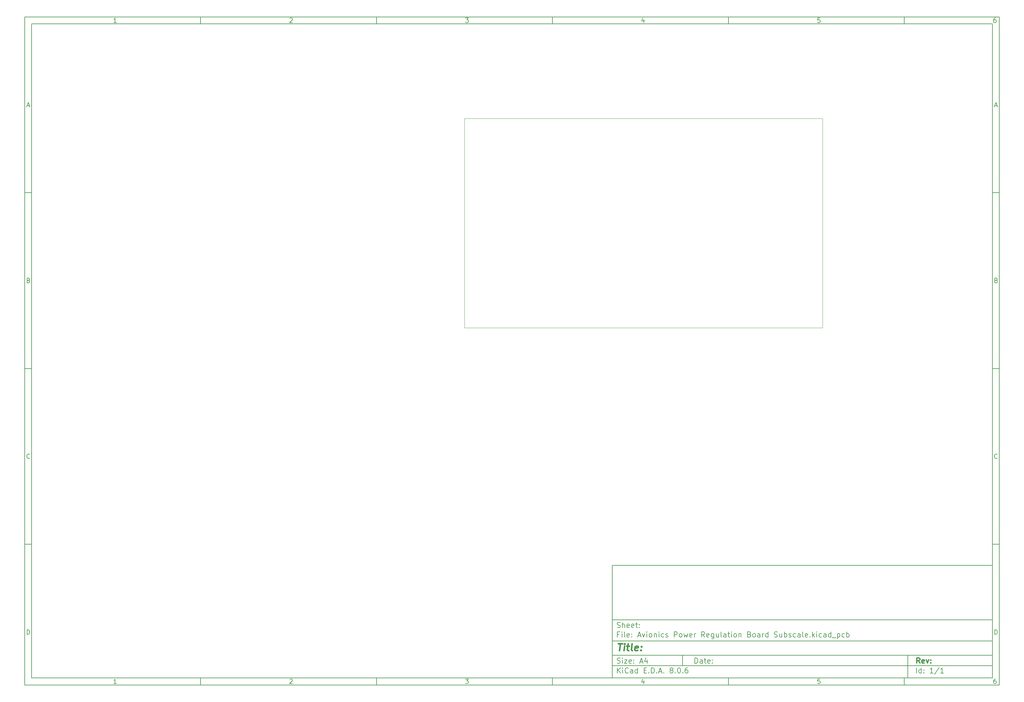
<source format=gbr>
%TF.GenerationSoftware,KiCad,Pcbnew,8.0.6*%
%TF.CreationDate,2024-12-23T21:06:48-08:00*%
%TF.ProjectId,Avionics Power Regulation Board Subscale,4176696f-6e69-4637-9320-506f77657220,rev?*%
%TF.SameCoordinates,Original*%
%TF.FileFunction,Profile,NP*%
%FSLAX46Y46*%
G04 Gerber Fmt 4.6, Leading zero omitted, Abs format (unit mm)*
G04 Created by KiCad (PCBNEW 8.0.6) date 2024-12-23 21:06:48*
%MOMM*%
%LPD*%
G01*
G04 APERTURE LIST*
%ADD10C,0.100000*%
%ADD11C,0.150000*%
%ADD12C,0.300000*%
%ADD13C,0.400000*%
%TA.AperFunction,Profile*%
%ADD14C,0.050000*%
%TD*%
G04 APERTURE END LIST*
D10*
D11*
X177002200Y-166007200D02*
X285002200Y-166007200D01*
X285002200Y-198007200D01*
X177002200Y-198007200D01*
X177002200Y-166007200D01*
D10*
D11*
X10000000Y-10000000D02*
X287002200Y-10000000D01*
X287002200Y-200007200D01*
X10000000Y-200007200D01*
X10000000Y-10000000D01*
D10*
D11*
X12000000Y-12000000D02*
X285002200Y-12000000D01*
X285002200Y-198007200D01*
X12000000Y-198007200D01*
X12000000Y-12000000D01*
D10*
D11*
X60000000Y-12000000D02*
X60000000Y-10000000D01*
D10*
D11*
X110000000Y-12000000D02*
X110000000Y-10000000D01*
D10*
D11*
X160000000Y-12000000D02*
X160000000Y-10000000D01*
D10*
D11*
X210000000Y-12000000D02*
X210000000Y-10000000D01*
D10*
D11*
X260000000Y-12000000D02*
X260000000Y-10000000D01*
D10*
D11*
X36089160Y-11593604D02*
X35346303Y-11593604D01*
X35717731Y-11593604D02*
X35717731Y-10293604D01*
X35717731Y-10293604D02*
X35593922Y-10479319D01*
X35593922Y-10479319D02*
X35470112Y-10603128D01*
X35470112Y-10603128D02*
X35346303Y-10665033D01*
D10*
D11*
X85346303Y-10417414D02*
X85408207Y-10355509D01*
X85408207Y-10355509D02*
X85532017Y-10293604D01*
X85532017Y-10293604D02*
X85841541Y-10293604D01*
X85841541Y-10293604D02*
X85965350Y-10355509D01*
X85965350Y-10355509D02*
X86027255Y-10417414D01*
X86027255Y-10417414D02*
X86089160Y-10541223D01*
X86089160Y-10541223D02*
X86089160Y-10665033D01*
X86089160Y-10665033D02*
X86027255Y-10850747D01*
X86027255Y-10850747D02*
X85284398Y-11593604D01*
X85284398Y-11593604D02*
X86089160Y-11593604D01*
D10*
D11*
X135284398Y-10293604D02*
X136089160Y-10293604D01*
X136089160Y-10293604D02*
X135655826Y-10788842D01*
X135655826Y-10788842D02*
X135841541Y-10788842D01*
X135841541Y-10788842D02*
X135965350Y-10850747D01*
X135965350Y-10850747D02*
X136027255Y-10912652D01*
X136027255Y-10912652D02*
X136089160Y-11036461D01*
X136089160Y-11036461D02*
X136089160Y-11345985D01*
X136089160Y-11345985D02*
X136027255Y-11469795D01*
X136027255Y-11469795D02*
X135965350Y-11531700D01*
X135965350Y-11531700D02*
X135841541Y-11593604D01*
X135841541Y-11593604D02*
X135470112Y-11593604D01*
X135470112Y-11593604D02*
X135346303Y-11531700D01*
X135346303Y-11531700D02*
X135284398Y-11469795D01*
D10*
D11*
X185965350Y-10726938D02*
X185965350Y-11593604D01*
X185655826Y-10231700D02*
X185346303Y-11160271D01*
X185346303Y-11160271D02*
X186151064Y-11160271D01*
D10*
D11*
X236027255Y-10293604D02*
X235408207Y-10293604D01*
X235408207Y-10293604D02*
X235346303Y-10912652D01*
X235346303Y-10912652D02*
X235408207Y-10850747D01*
X235408207Y-10850747D02*
X235532017Y-10788842D01*
X235532017Y-10788842D02*
X235841541Y-10788842D01*
X235841541Y-10788842D02*
X235965350Y-10850747D01*
X235965350Y-10850747D02*
X236027255Y-10912652D01*
X236027255Y-10912652D02*
X236089160Y-11036461D01*
X236089160Y-11036461D02*
X236089160Y-11345985D01*
X236089160Y-11345985D02*
X236027255Y-11469795D01*
X236027255Y-11469795D02*
X235965350Y-11531700D01*
X235965350Y-11531700D02*
X235841541Y-11593604D01*
X235841541Y-11593604D02*
X235532017Y-11593604D01*
X235532017Y-11593604D02*
X235408207Y-11531700D01*
X235408207Y-11531700D02*
X235346303Y-11469795D01*
D10*
D11*
X285965350Y-10293604D02*
X285717731Y-10293604D01*
X285717731Y-10293604D02*
X285593922Y-10355509D01*
X285593922Y-10355509D02*
X285532017Y-10417414D01*
X285532017Y-10417414D02*
X285408207Y-10603128D01*
X285408207Y-10603128D02*
X285346303Y-10850747D01*
X285346303Y-10850747D02*
X285346303Y-11345985D01*
X285346303Y-11345985D02*
X285408207Y-11469795D01*
X285408207Y-11469795D02*
X285470112Y-11531700D01*
X285470112Y-11531700D02*
X285593922Y-11593604D01*
X285593922Y-11593604D02*
X285841541Y-11593604D01*
X285841541Y-11593604D02*
X285965350Y-11531700D01*
X285965350Y-11531700D02*
X286027255Y-11469795D01*
X286027255Y-11469795D02*
X286089160Y-11345985D01*
X286089160Y-11345985D02*
X286089160Y-11036461D01*
X286089160Y-11036461D02*
X286027255Y-10912652D01*
X286027255Y-10912652D02*
X285965350Y-10850747D01*
X285965350Y-10850747D02*
X285841541Y-10788842D01*
X285841541Y-10788842D02*
X285593922Y-10788842D01*
X285593922Y-10788842D02*
X285470112Y-10850747D01*
X285470112Y-10850747D02*
X285408207Y-10912652D01*
X285408207Y-10912652D02*
X285346303Y-11036461D01*
D10*
D11*
X60000000Y-198007200D02*
X60000000Y-200007200D01*
D10*
D11*
X110000000Y-198007200D02*
X110000000Y-200007200D01*
D10*
D11*
X160000000Y-198007200D02*
X160000000Y-200007200D01*
D10*
D11*
X210000000Y-198007200D02*
X210000000Y-200007200D01*
D10*
D11*
X260000000Y-198007200D02*
X260000000Y-200007200D01*
D10*
D11*
X36089160Y-199600804D02*
X35346303Y-199600804D01*
X35717731Y-199600804D02*
X35717731Y-198300804D01*
X35717731Y-198300804D02*
X35593922Y-198486519D01*
X35593922Y-198486519D02*
X35470112Y-198610328D01*
X35470112Y-198610328D02*
X35346303Y-198672233D01*
D10*
D11*
X85346303Y-198424614D02*
X85408207Y-198362709D01*
X85408207Y-198362709D02*
X85532017Y-198300804D01*
X85532017Y-198300804D02*
X85841541Y-198300804D01*
X85841541Y-198300804D02*
X85965350Y-198362709D01*
X85965350Y-198362709D02*
X86027255Y-198424614D01*
X86027255Y-198424614D02*
X86089160Y-198548423D01*
X86089160Y-198548423D02*
X86089160Y-198672233D01*
X86089160Y-198672233D02*
X86027255Y-198857947D01*
X86027255Y-198857947D02*
X85284398Y-199600804D01*
X85284398Y-199600804D02*
X86089160Y-199600804D01*
D10*
D11*
X135284398Y-198300804D02*
X136089160Y-198300804D01*
X136089160Y-198300804D02*
X135655826Y-198796042D01*
X135655826Y-198796042D02*
X135841541Y-198796042D01*
X135841541Y-198796042D02*
X135965350Y-198857947D01*
X135965350Y-198857947D02*
X136027255Y-198919852D01*
X136027255Y-198919852D02*
X136089160Y-199043661D01*
X136089160Y-199043661D02*
X136089160Y-199353185D01*
X136089160Y-199353185D02*
X136027255Y-199476995D01*
X136027255Y-199476995D02*
X135965350Y-199538900D01*
X135965350Y-199538900D02*
X135841541Y-199600804D01*
X135841541Y-199600804D02*
X135470112Y-199600804D01*
X135470112Y-199600804D02*
X135346303Y-199538900D01*
X135346303Y-199538900D02*
X135284398Y-199476995D01*
D10*
D11*
X185965350Y-198734138D02*
X185965350Y-199600804D01*
X185655826Y-198238900D02*
X185346303Y-199167471D01*
X185346303Y-199167471D02*
X186151064Y-199167471D01*
D10*
D11*
X236027255Y-198300804D02*
X235408207Y-198300804D01*
X235408207Y-198300804D02*
X235346303Y-198919852D01*
X235346303Y-198919852D02*
X235408207Y-198857947D01*
X235408207Y-198857947D02*
X235532017Y-198796042D01*
X235532017Y-198796042D02*
X235841541Y-198796042D01*
X235841541Y-198796042D02*
X235965350Y-198857947D01*
X235965350Y-198857947D02*
X236027255Y-198919852D01*
X236027255Y-198919852D02*
X236089160Y-199043661D01*
X236089160Y-199043661D02*
X236089160Y-199353185D01*
X236089160Y-199353185D02*
X236027255Y-199476995D01*
X236027255Y-199476995D02*
X235965350Y-199538900D01*
X235965350Y-199538900D02*
X235841541Y-199600804D01*
X235841541Y-199600804D02*
X235532017Y-199600804D01*
X235532017Y-199600804D02*
X235408207Y-199538900D01*
X235408207Y-199538900D02*
X235346303Y-199476995D01*
D10*
D11*
X285965350Y-198300804D02*
X285717731Y-198300804D01*
X285717731Y-198300804D02*
X285593922Y-198362709D01*
X285593922Y-198362709D02*
X285532017Y-198424614D01*
X285532017Y-198424614D02*
X285408207Y-198610328D01*
X285408207Y-198610328D02*
X285346303Y-198857947D01*
X285346303Y-198857947D02*
X285346303Y-199353185D01*
X285346303Y-199353185D02*
X285408207Y-199476995D01*
X285408207Y-199476995D02*
X285470112Y-199538900D01*
X285470112Y-199538900D02*
X285593922Y-199600804D01*
X285593922Y-199600804D02*
X285841541Y-199600804D01*
X285841541Y-199600804D02*
X285965350Y-199538900D01*
X285965350Y-199538900D02*
X286027255Y-199476995D01*
X286027255Y-199476995D02*
X286089160Y-199353185D01*
X286089160Y-199353185D02*
X286089160Y-199043661D01*
X286089160Y-199043661D02*
X286027255Y-198919852D01*
X286027255Y-198919852D02*
X285965350Y-198857947D01*
X285965350Y-198857947D02*
X285841541Y-198796042D01*
X285841541Y-198796042D02*
X285593922Y-198796042D01*
X285593922Y-198796042D02*
X285470112Y-198857947D01*
X285470112Y-198857947D02*
X285408207Y-198919852D01*
X285408207Y-198919852D02*
X285346303Y-199043661D01*
D10*
D11*
X10000000Y-60000000D02*
X12000000Y-60000000D01*
D10*
D11*
X10000000Y-110000000D02*
X12000000Y-110000000D01*
D10*
D11*
X10000000Y-160000000D02*
X12000000Y-160000000D01*
D10*
D11*
X10690476Y-35222176D02*
X11309523Y-35222176D01*
X10566666Y-35593604D02*
X10999999Y-34293604D01*
X10999999Y-34293604D02*
X11433333Y-35593604D01*
D10*
D11*
X11092857Y-84912652D02*
X11278571Y-84974557D01*
X11278571Y-84974557D02*
X11340476Y-85036461D01*
X11340476Y-85036461D02*
X11402380Y-85160271D01*
X11402380Y-85160271D02*
X11402380Y-85345985D01*
X11402380Y-85345985D02*
X11340476Y-85469795D01*
X11340476Y-85469795D02*
X11278571Y-85531700D01*
X11278571Y-85531700D02*
X11154761Y-85593604D01*
X11154761Y-85593604D02*
X10659523Y-85593604D01*
X10659523Y-85593604D02*
X10659523Y-84293604D01*
X10659523Y-84293604D02*
X11092857Y-84293604D01*
X11092857Y-84293604D02*
X11216666Y-84355509D01*
X11216666Y-84355509D02*
X11278571Y-84417414D01*
X11278571Y-84417414D02*
X11340476Y-84541223D01*
X11340476Y-84541223D02*
X11340476Y-84665033D01*
X11340476Y-84665033D02*
X11278571Y-84788842D01*
X11278571Y-84788842D02*
X11216666Y-84850747D01*
X11216666Y-84850747D02*
X11092857Y-84912652D01*
X11092857Y-84912652D02*
X10659523Y-84912652D01*
D10*
D11*
X11402380Y-135469795D02*
X11340476Y-135531700D01*
X11340476Y-135531700D02*
X11154761Y-135593604D01*
X11154761Y-135593604D02*
X11030952Y-135593604D01*
X11030952Y-135593604D02*
X10845238Y-135531700D01*
X10845238Y-135531700D02*
X10721428Y-135407890D01*
X10721428Y-135407890D02*
X10659523Y-135284080D01*
X10659523Y-135284080D02*
X10597619Y-135036461D01*
X10597619Y-135036461D02*
X10597619Y-134850747D01*
X10597619Y-134850747D02*
X10659523Y-134603128D01*
X10659523Y-134603128D02*
X10721428Y-134479319D01*
X10721428Y-134479319D02*
X10845238Y-134355509D01*
X10845238Y-134355509D02*
X11030952Y-134293604D01*
X11030952Y-134293604D02*
X11154761Y-134293604D01*
X11154761Y-134293604D02*
X11340476Y-134355509D01*
X11340476Y-134355509D02*
X11402380Y-134417414D01*
D10*
D11*
X10659523Y-185593604D02*
X10659523Y-184293604D01*
X10659523Y-184293604D02*
X10969047Y-184293604D01*
X10969047Y-184293604D02*
X11154761Y-184355509D01*
X11154761Y-184355509D02*
X11278571Y-184479319D01*
X11278571Y-184479319D02*
X11340476Y-184603128D01*
X11340476Y-184603128D02*
X11402380Y-184850747D01*
X11402380Y-184850747D02*
X11402380Y-185036461D01*
X11402380Y-185036461D02*
X11340476Y-185284080D01*
X11340476Y-185284080D02*
X11278571Y-185407890D01*
X11278571Y-185407890D02*
X11154761Y-185531700D01*
X11154761Y-185531700D02*
X10969047Y-185593604D01*
X10969047Y-185593604D02*
X10659523Y-185593604D01*
D10*
D11*
X287002200Y-60000000D02*
X285002200Y-60000000D01*
D10*
D11*
X287002200Y-110000000D02*
X285002200Y-110000000D01*
D10*
D11*
X287002200Y-160000000D02*
X285002200Y-160000000D01*
D10*
D11*
X285692676Y-35222176D02*
X286311723Y-35222176D01*
X285568866Y-35593604D02*
X286002199Y-34293604D01*
X286002199Y-34293604D02*
X286435533Y-35593604D01*
D10*
D11*
X286095057Y-84912652D02*
X286280771Y-84974557D01*
X286280771Y-84974557D02*
X286342676Y-85036461D01*
X286342676Y-85036461D02*
X286404580Y-85160271D01*
X286404580Y-85160271D02*
X286404580Y-85345985D01*
X286404580Y-85345985D02*
X286342676Y-85469795D01*
X286342676Y-85469795D02*
X286280771Y-85531700D01*
X286280771Y-85531700D02*
X286156961Y-85593604D01*
X286156961Y-85593604D02*
X285661723Y-85593604D01*
X285661723Y-85593604D02*
X285661723Y-84293604D01*
X285661723Y-84293604D02*
X286095057Y-84293604D01*
X286095057Y-84293604D02*
X286218866Y-84355509D01*
X286218866Y-84355509D02*
X286280771Y-84417414D01*
X286280771Y-84417414D02*
X286342676Y-84541223D01*
X286342676Y-84541223D02*
X286342676Y-84665033D01*
X286342676Y-84665033D02*
X286280771Y-84788842D01*
X286280771Y-84788842D02*
X286218866Y-84850747D01*
X286218866Y-84850747D02*
X286095057Y-84912652D01*
X286095057Y-84912652D02*
X285661723Y-84912652D01*
D10*
D11*
X286404580Y-135469795D02*
X286342676Y-135531700D01*
X286342676Y-135531700D02*
X286156961Y-135593604D01*
X286156961Y-135593604D02*
X286033152Y-135593604D01*
X286033152Y-135593604D02*
X285847438Y-135531700D01*
X285847438Y-135531700D02*
X285723628Y-135407890D01*
X285723628Y-135407890D02*
X285661723Y-135284080D01*
X285661723Y-135284080D02*
X285599819Y-135036461D01*
X285599819Y-135036461D02*
X285599819Y-134850747D01*
X285599819Y-134850747D02*
X285661723Y-134603128D01*
X285661723Y-134603128D02*
X285723628Y-134479319D01*
X285723628Y-134479319D02*
X285847438Y-134355509D01*
X285847438Y-134355509D02*
X286033152Y-134293604D01*
X286033152Y-134293604D02*
X286156961Y-134293604D01*
X286156961Y-134293604D02*
X286342676Y-134355509D01*
X286342676Y-134355509D02*
X286404580Y-134417414D01*
D10*
D11*
X285661723Y-185593604D02*
X285661723Y-184293604D01*
X285661723Y-184293604D02*
X285971247Y-184293604D01*
X285971247Y-184293604D02*
X286156961Y-184355509D01*
X286156961Y-184355509D02*
X286280771Y-184479319D01*
X286280771Y-184479319D02*
X286342676Y-184603128D01*
X286342676Y-184603128D02*
X286404580Y-184850747D01*
X286404580Y-184850747D02*
X286404580Y-185036461D01*
X286404580Y-185036461D02*
X286342676Y-185284080D01*
X286342676Y-185284080D02*
X286280771Y-185407890D01*
X286280771Y-185407890D02*
X286156961Y-185531700D01*
X286156961Y-185531700D02*
X285971247Y-185593604D01*
X285971247Y-185593604D02*
X285661723Y-185593604D01*
D10*
D11*
X200458026Y-193793328D02*
X200458026Y-192293328D01*
X200458026Y-192293328D02*
X200815169Y-192293328D01*
X200815169Y-192293328D02*
X201029455Y-192364757D01*
X201029455Y-192364757D02*
X201172312Y-192507614D01*
X201172312Y-192507614D02*
X201243741Y-192650471D01*
X201243741Y-192650471D02*
X201315169Y-192936185D01*
X201315169Y-192936185D02*
X201315169Y-193150471D01*
X201315169Y-193150471D02*
X201243741Y-193436185D01*
X201243741Y-193436185D02*
X201172312Y-193579042D01*
X201172312Y-193579042D02*
X201029455Y-193721900D01*
X201029455Y-193721900D02*
X200815169Y-193793328D01*
X200815169Y-193793328D02*
X200458026Y-193793328D01*
X202600884Y-193793328D02*
X202600884Y-193007614D01*
X202600884Y-193007614D02*
X202529455Y-192864757D01*
X202529455Y-192864757D02*
X202386598Y-192793328D01*
X202386598Y-192793328D02*
X202100884Y-192793328D01*
X202100884Y-192793328D02*
X201958026Y-192864757D01*
X202600884Y-193721900D02*
X202458026Y-193793328D01*
X202458026Y-193793328D02*
X202100884Y-193793328D01*
X202100884Y-193793328D02*
X201958026Y-193721900D01*
X201958026Y-193721900D02*
X201886598Y-193579042D01*
X201886598Y-193579042D02*
X201886598Y-193436185D01*
X201886598Y-193436185D02*
X201958026Y-193293328D01*
X201958026Y-193293328D02*
X202100884Y-193221900D01*
X202100884Y-193221900D02*
X202458026Y-193221900D01*
X202458026Y-193221900D02*
X202600884Y-193150471D01*
X203100884Y-192793328D02*
X203672312Y-192793328D01*
X203315169Y-192293328D02*
X203315169Y-193579042D01*
X203315169Y-193579042D02*
X203386598Y-193721900D01*
X203386598Y-193721900D02*
X203529455Y-193793328D01*
X203529455Y-193793328D02*
X203672312Y-193793328D01*
X204743741Y-193721900D02*
X204600884Y-193793328D01*
X204600884Y-193793328D02*
X204315170Y-193793328D01*
X204315170Y-193793328D02*
X204172312Y-193721900D01*
X204172312Y-193721900D02*
X204100884Y-193579042D01*
X204100884Y-193579042D02*
X204100884Y-193007614D01*
X204100884Y-193007614D02*
X204172312Y-192864757D01*
X204172312Y-192864757D02*
X204315170Y-192793328D01*
X204315170Y-192793328D02*
X204600884Y-192793328D01*
X204600884Y-192793328D02*
X204743741Y-192864757D01*
X204743741Y-192864757D02*
X204815170Y-193007614D01*
X204815170Y-193007614D02*
X204815170Y-193150471D01*
X204815170Y-193150471D02*
X204100884Y-193293328D01*
X205458026Y-193650471D02*
X205529455Y-193721900D01*
X205529455Y-193721900D02*
X205458026Y-193793328D01*
X205458026Y-193793328D02*
X205386598Y-193721900D01*
X205386598Y-193721900D02*
X205458026Y-193650471D01*
X205458026Y-193650471D02*
X205458026Y-193793328D01*
X205458026Y-192864757D02*
X205529455Y-192936185D01*
X205529455Y-192936185D02*
X205458026Y-193007614D01*
X205458026Y-193007614D02*
X205386598Y-192936185D01*
X205386598Y-192936185D02*
X205458026Y-192864757D01*
X205458026Y-192864757D02*
X205458026Y-193007614D01*
D10*
D11*
X177002200Y-194507200D02*
X285002200Y-194507200D01*
D10*
D11*
X178458026Y-196593328D02*
X178458026Y-195093328D01*
X179315169Y-196593328D02*
X178672312Y-195736185D01*
X179315169Y-195093328D02*
X178458026Y-195950471D01*
X179958026Y-196593328D02*
X179958026Y-195593328D01*
X179958026Y-195093328D02*
X179886598Y-195164757D01*
X179886598Y-195164757D02*
X179958026Y-195236185D01*
X179958026Y-195236185D02*
X180029455Y-195164757D01*
X180029455Y-195164757D02*
X179958026Y-195093328D01*
X179958026Y-195093328D02*
X179958026Y-195236185D01*
X181529455Y-196450471D02*
X181458027Y-196521900D01*
X181458027Y-196521900D02*
X181243741Y-196593328D01*
X181243741Y-196593328D02*
X181100884Y-196593328D01*
X181100884Y-196593328D02*
X180886598Y-196521900D01*
X180886598Y-196521900D02*
X180743741Y-196379042D01*
X180743741Y-196379042D02*
X180672312Y-196236185D01*
X180672312Y-196236185D02*
X180600884Y-195950471D01*
X180600884Y-195950471D02*
X180600884Y-195736185D01*
X180600884Y-195736185D02*
X180672312Y-195450471D01*
X180672312Y-195450471D02*
X180743741Y-195307614D01*
X180743741Y-195307614D02*
X180886598Y-195164757D01*
X180886598Y-195164757D02*
X181100884Y-195093328D01*
X181100884Y-195093328D02*
X181243741Y-195093328D01*
X181243741Y-195093328D02*
X181458027Y-195164757D01*
X181458027Y-195164757D02*
X181529455Y-195236185D01*
X182815170Y-196593328D02*
X182815170Y-195807614D01*
X182815170Y-195807614D02*
X182743741Y-195664757D01*
X182743741Y-195664757D02*
X182600884Y-195593328D01*
X182600884Y-195593328D02*
X182315170Y-195593328D01*
X182315170Y-195593328D02*
X182172312Y-195664757D01*
X182815170Y-196521900D02*
X182672312Y-196593328D01*
X182672312Y-196593328D02*
X182315170Y-196593328D01*
X182315170Y-196593328D02*
X182172312Y-196521900D01*
X182172312Y-196521900D02*
X182100884Y-196379042D01*
X182100884Y-196379042D02*
X182100884Y-196236185D01*
X182100884Y-196236185D02*
X182172312Y-196093328D01*
X182172312Y-196093328D02*
X182315170Y-196021900D01*
X182315170Y-196021900D02*
X182672312Y-196021900D01*
X182672312Y-196021900D02*
X182815170Y-195950471D01*
X184172313Y-196593328D02*
X184172313Y-195093328D01*
X184172313Y-196521900D02*
X184029455Y-196593328D01*
X184029455Y-196593328D02*
X183743741Y-196593328D01*
X183743741Y-196593328D02*
X183600884Y-196521900D01*
X183600884Y-196521900D02*
X183529455Y-196450471D01*
X183529455Y-196450471D02*
X183458027Y-196307614D01*
X183458027Y-196307614D02*
X183458027Y-195879042D01*
X183458027Y-195879042D02*
X183529455Y-195736185D01*
X183529455Y-195736185D02*
X183600884Y-195664757D01*
X183600884Y-195664757D02*
X183743741Y-195593328D01*
X183743741Y-195593328D02*
X184029455Y-195593328D01*
X184029455Y-195593328D02*
X184172313Y-195664757D01*
X186029455Y-195807614D02*
X186529455Y-195807614D01*
X186743741Y-196593328D02*
X186029455Y-196593328D01*
X186029455Y-196593328D02*
X186029455Y-195093328D01*
X186029455Y-195093328D02*
X186743741Y-195093328D01*
X187386598Y-196450471D02*
X187458027Y-196521900D01*
X187458027Y-196521900D02*
X187386598Y-196593328D01*
X187386598Y-196593328D02*
X187315170Y-196521900D01*
X187315170Y-196521900D02*
X187386598Y-196450471D01*
X187386598Y-196450471D02*
X187386598Y-196593328D01*
X188100884Y-196593328D02*
X188100884Y-195093328D01*
X188100884Y-195093328D02*
X188458027Y-195093328D01*
X188458027Y-195093328D02*
X188672313Y-195164757D01*
X188672313Y-195164757D02*
X188815170Y-195307614D01*
X188815170Y-195307614D02*
X188886599Y-195450471D01*
X188886599Y-195450471D02*
X188958027Y-195736185D01*
X188958027Y-195736185D02*
X188958027Y-195950471D01*
X188958027Y-195950471D02*
X188886599Y-196236185D01*
X188886599Y-196236185D02*
X188815170Y-196379042D01*
X188815170Y-196379042D02*
X188672313Y-196521900D01*
X188672313Y-196521900D02*
X188458027Y-196593328D01*
X188458027Y-196593328D02*
X188100884Y-196593328D01*
X189600884Y-196450471D02*
X189672313Y-196521900D01*
X189672313Y-196521900D02*
X189600884Y-196593328D01*
X189600884Y-196593328D02*
X189529456Y-196521900D01*
X189529456Y-196521900D02*
X189600884Y-196450471D01*
X189600884Y-196450471D02*
X189600884Y-196593328D01*
X190243742Y-196164757D02*
X190958028Y-196164757D01*
X190100885Y-196593328D02*
X190600885Y-195093328D01*
X190600885Y-195093328D02*
X191100885Y-196593328D01*
X191600884Y-196450471D02*
X191672313Y-196521900D01*
X191672313Y-196521900D02*
X191600884Y-196593328D01*
X191600884Y-196593328D02*
X191529456Y-196521900D01*
X191529456Y-196521900D02*
X191600884Y-196450471D01*
X191600884Y-196450471D02*
X191600884Y-196593328D01*
X193672313Y-195736185D02*
X193529456Y-195664757D01*
X193529456Y-195664757D02*
X193458027Y-195593328D01*
X193458027Y-195593328D02*
X193386599Y-195450471D01*
X193386599Y-195450471D02*
X193386599Y-195379042D01*
X193386599Y-195379042D02*
X193458027Y-195236185D01*
X193458027Y-195236185D02*
X193529456Y-195164757D01*
X193529456Y-195164757D02*
X193672313Y-195093328D01*
X193672313Y-195093328D02*
X193958027Y-195093328D01*
X193958027Y-195093328D02*
X194100885Y-195164757D01*
X194100885Y-195164757D02*
X194172313Y-195236185D01*
X194172313Y-195236185D02*
X194243742Y-195379042D01*
X194243742Y-195379042D02*
X194243742Y-195450471D01*
X194243742Y-195450471D02*
X194172313Y-195593328D01*
X194172313Y-195593328D02*
X194100885Y-195664757D01*
X194100885Y-195664757D02*
X193958027Y-195736185D01*
X193958027Y-195736185D02*
X193672313Y-195736185D01*
X193672313Y-195736185D02*
X193529456Y-195807614D01*
X193529456Y-195807614D02*
X193458027Y-195879042D01*
X193458027Y-195879042D02*
X193386599Y-196021900D01*
X193386599Y-196021900D02*
X193386599Y-196307614D01*
X193386599Y-196307614D02*
X193458027Y-196450471D01*
X193458027Y-196450471D02*
X193529456Y-196521900D01*
X193529456Y-196521900D02*
X193672313Y-196593328D01*
X193672313Y-196593328D02*
X193958027Y-196593328D01*
X193958027Y-196593328D02*
X194100885Y-196521900D01*
X194100885Y-196521900D02*
X194172313Y-196450471D01*
X194172313Y-196450471D02*
X194243742Y-196307614D01*
X194243742Y-196307614D02*
X194243742Y-196021900D01*
X194243742Y-196021900D02*
X194172313Y-195879042D01*
X194172313Y-195879042D02*
X194100885Y-195807614D01*
X194100885Y-195807614D02*
X193958027Y-195736185D01*
X194886598Y-196450471D02*
X194958027Y-196521900D01*
X194958027Y-196521900D02*
X194886598Y-196593328D01*
X194886598Y-196593328D02*
X194815170Y-196521900D01*
X194815170Y-196521900D02*
X194886598Y-196450471D01*
X194886598Y-196450471D02*
X194886598Y-196593328D01*
X195886599Y-195093328D02*
X196029456Y-195093328D01*
X196029456Y-195093328D02*
X196172313Y-195164757D01*
X196172313Y-195164757D02*
X196243742Y-195236185D01*
X196243742Y-195236185D02*
X196315170Y-195379042D01*
X196315170Y-195379042D02*
X196386599Y-195664757D01*
X196386599Y-195664757D02*
X196386599Y-196021900D01*
X196386599Y-196021900D02*
X196315170Y-196307614D01*
X196315170Y-196307614D02*
X196243742Y-196450471D01*
X196243742Y-196450471D02*
X196172313Y-196521900D01*
X196172313Y-196521900D02*
X196029456Y-196593328D01*
X196029456Y-196593328D02*
X195886599Y-196593328D01*
X195886599Y-196593328D02*
X195743742Y-196521900D01*
X195743742Y-196521900D02*
X195672313Y-196450471D01*
X195672313Y-196450471D02*
X195600884Y-196307614D01*
X195600884Y-196307614D02*
X195529456Y-196021900D01*
X195529456Y-196021900D02*
X195529456Y-195664757D01*
X195529456Y-195664757D02*
X195600884Y-195379042D01*
X195600884Y-195379042D02*
X195672313Y-195236185D01*
X195672313Y-195236185D02*
X195743742Y-195164757D01*
X195743742Y-195164757D02*
X195886599Y-195093328D01*
X197029455Y-196450471D02*
X197100884Y-196521900D01*
X197100884Y-196521900D02*
X197029455Y-196593328D01*
X197029455Y-196593328D02*
X196958027Y-196521900D01*
X196958027Y-196521900D02*
X197029455Y-196450471D01*
X197029455Y-196450471D02*
X197029455Y-196593328D01*
X198386599Y-195093328D02*
X198100884Y-195093328D01*
X198100884Y-195093328D02*
X197958027Y-195164757D01*
X197958027Y-195164757D02*
X197886599Y-195236185D01*
X197886599Y-195236185D02*
X197743741Y-195450471D01*
X197743741Y-195450471D02*
X197672313Y-195736185D01*
X197672313Y-195736185D02*
X197672313Y-196307614D01*
X197672313Y-196307614D02*
X197743741Y-196450471D01*
X197743741Y-196450471D02*
X197815170Y-196521900D01*
X197815170Y-196521900D02*
X197958027Y-196593328D01*
X197958027Y-196593328D02*
X198243741Y-196593328D01*
X198243741Y-196593328D02*
X198386599Y-196521900D01*
X198386599Y-196521900D02*
X198458027Y-196450471D01*
X198458027Y-196450471D02*
X198529456Y-196307614D01*
X198529456Y-196307614D02*
X198529456Y-195950471D01*
X198529456Y-195950471D02*
X198458027Y-195807614D01*
X198458027Y-195807614D02*
X198386599Y-195736185D01*
X198386599Y-195736185D02*
X198243741Y-195664757D01*
X198243741Y-195664757D02*
X197958027Y-195664757D01*
X197958027Y-195664757D02*
X197815170Y-195736185D01*
X197815170Y-195736185D02*
X197743741Y-195807614D01*
X197743741Y-195807614D02*
X197672313Y-195950471D01*
D10*
D11*
X177002200Y-191507200D02*
X285002200Y-191507200D01*
D10*
D12*
X264413853Y-193785528D02*
X263913853Y-193071242D01*
X263556710Y-193785528D02*
X263556710Y-192285528D01*
X263556710Y-192285528D02*
X264128139Y-192285528D01*
X264128139Y-192285528D02*
X264270996Y-192356957D01*
X264270996Y-192356957D02*
X264342425Y-192428385D01*
X264342425Y-192428385D02*
X264413853Y-192571242D01*
X264413853Y-192571242D02*
X264413853Y-192785528D01*
X264413853Y-192785528D02*
X264342425Y-192928385D01*
X264342425Y-192928385D02*
X264270996Y-192999814D01*
X264270996Y-192999814D02*
X264128139Y-193071242D01*
X264128139Y-193071242D02*
X263556710Y-193071242D01*
X265628139Y-193714100D02*
X265485282Y-193785528D01*
X265485282Y-193785528D02*
X265199568Y-193785528D01*
X265199568Y-193785528D02*
X265056710Y-193714100D01*
X265056710Y-193714100D02*
X264985282Y-193571242D01*
X264985282Y-193571242D02*
X264985282Y-192999814D01*
X264985282Y-192999814D02*
X265056710Y-192856957D01*
X265056710Y-192856957D02*
X265199568Y-192785528D01*
X265199568Y-192785528D02*
X265485282Y-192785528D01*
X265485282Y-192785528D02*
X265628139Y-192856957D01*
X265628139Y-192856957D02*
X265699568Y-192999814D01*
X265699568Y-192999814D02*
X265699568Y-193142671D01*
X265699568Y-193142671D02*
X264985282Y-193285528D01*
X266199567Y-192785528D02*
X266556710Y-193785528D01*
X266556710Y-193785528D02*
X266913853Y-192785528D01*
X267485281Y-193642671D02*
X267556710Y-193714100D01*
X267556710Y-193714100D02*
X267485281Y-193785528D01*
X267485281Y-193785528D02*
X267413853Y-193714100D01*
X267413853Y-193714100D02*
X267485281Y-193642671D01*
X267485281Y-193642671D02*
X267485281Y-193785528D01*
X267485281Y-192856957D02*
X267556710Y-192928385D01*
X267556710Y-192928385D02*
X267485281Y-192999814D01*
X267485281Y-192999814D02*
X267413853Y-192928385D01*
X267413853Y-192928385D02*
X267485281Y-192856957D01*
X267485281Y-192856957D02*
X267485281Y-192999814D01*
D10*
D11*
X178386598Y-193721900D02*
X178600884Y-193793328D01*
X178600884Y-193793328D02*
X178958026Y-193793328D01*
X178958026Y-193793328D02*
X179100884Y-193721900D01*
X179100884Y-193721900D02*
X179172312Y-193650471D01*
X179172312Y-193650471D02*
X179243741Y-193507614D01*
X179243741Y-193507614D02*
X179243741Y-193364757D01*
X179243741Y-193364757D02*
X179172312Y-193221900D01*
X179172312Y-193221900D02*
X179100884Y-193150471D01*
X179100884Y-193150471D02*
X178958026Y-193079042D01*
X178958026Y-193079042D02*
X178672312Y-193007614D01*
X178672312Y-193007614D02*
X178529455Y-192936185D01*
X178529455Y-192936185D02*
X178458026Y-192864757D01*
X178458026Y-192864757D02*
X178386598Y-192721900D01*
X178386598Y-192721900D02*
X178386598Y-192579042D01*
X178386598Y-192579042D02*
X178458026Y-192436185D01*
X178458026Y-192436185D02*
X178529455Y-192364757D01*
X178529455Y-192364757D02*
X178672312Y-192293328D01*
X178672312Y-192293328D02*
X179029455Y-192293328D01*
X179029455Y-192293328D02*
X179243741Y-192364757D01*
X179886597Y-193793328D02*
X179886597Y-192793328D01*
X179886597Y-192293328D02*
X179815169Y-192364757D01*
X179815169Y-192364757D02*
X179886597Y-192436185D01*
X179886597Y-192436185D02*
X179958026Y-192364757D01*
X179958026Y-192364757D02*
X179886597Y-192293328D01*
X179886597Y-192293328D02*
X179886597Y-192436185D01*
X180458026Y-192793328D02*
X181243741Y-192793328D01*
X181243741Y-192793328D02*
X180458026Y-193793328D01*
X180458026Y-193793328D02*
X181243741Y-193793328D01*
X182386598Y-193721900D02*
X182243741Y-193793328D01*
X182243741Y-193793328D02*
X181958027Y-193793328D01*
X181958027Y-193793328D02*
X181815169Y-193721900D01*
X181815169Y-193721900D02*
X181743741Y-193579042D01*
X181743741Y-193579042D02*
X181743741Y-193007614D01*
X181743741Y-193007614D02*
X181815169Y-192864757D01*
X181815169Y-192864757D02*
X181958027Y-192793328D01*
X181958027Y-192793328D02*
X182243741Y-192793328D01*
X182243741Y-192793328D02*
X182386598Y-192864757D01*
X182386598Y-192864757D02*
X182458027Y-193007614D01*
X182458027Y-193007614D02*
X182458027Y-193150471D01*
X182458027Y-193150471D02*
X181743741Y-193293328D01*
X183100883Y-193650471D02*
X183172312Y-193721900D01*
X183172312Y-193721900D02*
X183100883Y-193793328D01*
X183100883Y-193793328D02*
X183029455Y-193721900D01*
X183029455Y-193721900D02*
X183100883Y-193650471D01*
X183100883Y-193650471D02*
X183100883Y-193793328D01*
X183100883Y-192864757D02*
X183172312Y-192936185D01*
X183172312Y-192936185D02*
X183100883Y-193007614D01*
X183100883Y-193007614D02*
X183029455Y-192936185D01*
X183029455Y-192936185D02*
X183100883Y-192864757D01*
X183100883Y-192864757D02*
X183100883Y-193007614D01*
X184886598Y-193364757D02*
X185600884Y-193364757D01*
X184743741Y-193793328D02*
X185243741Y-192293328D01*
X185243741Y-192293328D02*
X185743741Y-193793328D01*
X186886598Y-192793328D02*
X186886598Y-193793328D01*
X186529455Y-192221900D02*
X186172312Y-193293328D01*
X186172312Y-193293328D02*
X187100883Y-193293328D01*
D10*
D11*
X263458026Y-196593328D02*
X263458026Y-195093328D01*
X264815170Y-196593328D02*
X264815170Y-195093328D01*
X264815170Y-196521900D02*
X264672312Y-196593328D01*
X264672312Y-196593328D02*
X264386598Y-196593328D01*
X264386598Y-196593328D02*
X264243741Y-196521900D01*
X264243741Y-196521900D02*
X264172312Y-196450471D01*
X264172312Y-196450471D02*
X264100884Y-196307614D01*
X264100884Y-196307614D02*
X264100884Y-195879042D01*
X264100884Y-195879042D02*
X264172312Y-195736185D01*
X264172312Y-195736185D02*
X264243741Y-195664757D01*
X264243741Y-195664757D02*
X264386598Y-195593328D01*
X264386598Y-195593328D02*
X264672312Y-195593328D01*
X264672312Y-195593328D02*
X264815170Y-195664757D01*
X265529455Y-196450471D02*
X265600884Y-196521900D01*
X265600884Y-196521900D02*
X265529455Y-196593328D01*
X265529455Y-196593328D02*
X265458027Y-196521900D01*
X265458027Y-196521900D02*
X265529455Y-196450471D01*
X265529455Y-196450471D02*
X265529455Y-196593328D01*
X265529455Y-195664757D02*
X265600884Y-195736185D01*
X265600884Y-195736185D02*
X265529455Y-195807614D01*
X265529455Y-195807614D02*
X265458027Y-195736185D01*
X265458027Y-195736185D02*
X265529455Y-195664757D01*
X265529455Y-195664757D02*
X265529455Y-195807614D01*
X268172313Y-196593328D02*
X267315170Y-196593328D01*
X267743741Y-196593328D02*
X267743741Y-195093328D01*
X267743741Y-195093328D02*
X267600884Y-195307614D01*
X267600884Y-195307614D02*
X267458027Y-195450471D01*
X267458027Y-195450471D02*
X267315170Y-195521900D01*
X269886598Y-195021900D02*
X268600884Y-196950471D01*
X271172313Y-196593328D02*
X270315170Y-196593328D01*
X270743741Y-196593328D02*
X270743741Y-195093328D01*
X270743741Y-195093328D02*
X270600884Y-195307614D01*
X270600884Y-195307614D02*
X270458027Y-195450471D01*
X270458027Y-195450471D02*
X270315170Y-195521900D01*
D10*
D11*
X177002200Y-187507200D02*
X285002200Y-187507200D01*
D10*
D13*
X178693928Y-188211638D02*
X179836785Y-188211638D01*
X179015357Y-190211638D02*
X179265357Y-188211638D01*
X180253452Y-190211638D02*
X180420119Y-188878304D01*
X180503452Y-188211638D02*
X180396309Y-188306876D01*
X180396309Y-188306876D02*
X180479643Y-188402114D01*
X180479643Y-188402114D02*
X180586786Y-188306876D01*
X180586786Y-188306876D02*
X180503452Y-188211638D01*
X180503452Y-188211638D02*
X180479643Y-188402114D01*
X181086786Y-188878304D02*
X181848690Y-188878304D01*
X181455833Y-188211638D02*
X181241548Y-189925923D01*
X181241548Y-189925923D02*
X181312976Y-190116400D01*
X181312976Y-190116400D02*
X181491548Y-190211638D01*
X181491548Y-190211638D02*
X181682024Y-190211638D01*
X182634405Y-190211638D02*
X182455833Y-190116400D01*
X182455833Y-190116400D02*
X182384405Y-189925923D01*
X182384405Y-189925923D02*
X182598690Y-188211638D01*
X184170119Y-190116400D02*
X183967738Y-190211638D01*
X183967738Y-190211638D02*
X183586785Y-190211638D01*
X183586785Y-190211638D02*
X183408214Y-190116400D01*
X183408214Y-190116400D02*
X183336785Y-189925923D01*
X183336785Y-189925923D02*
X183432024Y-189164019D01*
X183432024Y-189164019D02*
X183551071Y-188973542D01*
X183551071Y-188973542D02*
X183753452Y-188878304D01*
X183753452Y-188878304D02*
X184134404Y-188878304D01*
X184134404Y-188878304D02*
X184312976Y-188973542D01*
X184312976Y-188973542D02*
X184384404Y-189164019D01*
X184384404Y-189164019D02*
X184360595Y-189354495D01*
X184360595Y-189354495D02*
X183384404Y-189544971D01*
X185134405Y-190021161D02*
X185217738Y-190116400D01*
X185217738Y-190116400D02*
X185110595Y-190211638D01*
X185110595Y-190211638D02*
X185027262Y-190116400D01*
X185027262Y-190116400D02*
X185134405Y-190021161D01*
X185134405Y-190021161D02*
X185110595Y-190211638D01*
X185265357Y-188973542D02*
X185348690Y-189068780D01*
X185348690Y-189068780D02*
X185241548Y-189164019D01*
X185241548Y-189164019D02*
X185158214Y-189068780D01*
X185158214Y-189068780D02*
X185265357Y-188973542D01*
X185265357Y-188973542D02*
X185241548Y-189164019D01*
D10*
D11*
X178958026Y-185607614D02*
X178458026Y-185607614D01*
X178458026Y-186393328D02*
X178458026Y-184893328D01*
X178458026Y-184893328D02*
X179172312Y-184893328D01*
X179743740Y-186393328D02*
X179743740Y-185393328D01*
X179743740Y-184893328D02*
X179672312Y-184964757D01*
X179672312Y-184964757D02*
X179743740Y-185036185D01*
X179743740Y-185036185D02*
X179815169Y-184964757D01*
X179815169Y-184964757D02*
X179743740Y-184893328D01*
X179743740Y-184893328D02*
X179743740Y-185036185D01*
X180672312Y-186393328D02*
X180529455Y-186321900D01*
X180529455Y-186321900D02*
X180458026Y-186179042D01*
X180458026Y-186179042D02*
X180458026Y-184893328D01*
X181815169Y-186321900D02*
X181672312Y-186393328D01*
X181672312Y-186393328D02*
X181386598Y-186393328D01*
X181386598Y-186393328D02*
X181243740Y-186321900D01*
X181243740Y-186321900D02*
X181172312Y-186179042D01*
X181172312Y-186179042D02*
X181172312Y-185607614D01*
X181172312Y-185607614D02*
X181243740Y-185464757D01*
X181243740Y-185464757D02*
X181386598Y-185393328D01*
X181386598Y-185393328D02*
X181672312Y-185393328D01*
X181672312Y-185393328D02*
X181815169Y-185464757D01*
X181815169Y-185464757D02*
X181886598Y-185607614D01*
X181886598Y-185607614D02*
X181886598Y-185750471D01*
X181886598Y-185750471D02*
X181172312Y-185893328D01*
X182529454Y-186250471D02*
X182600883Y-186321900D01*
X182600883Y-186321900D02*
X182529454Y-186393328D01*
X182529454Y-186393328D02*
X182458026Y-186321900D01*
X182458026Y-186321900D02*
X182529454Y-186250471D01*
X182529454Y-186250471D02*
X182529454Y-186393328D01*
X182529454Y-185464757D02*
X182600883Y-185536185D01*
X182600883Y-185536185D02*
X182529454Y-185607614D01*
X182529454Y-185607614D02*
X182458026Y-185536185D01*
X182458026Y-185536185D02*
X182529454Y-185464757D01*
X182529454Y-185464757D02*
X182529454Y-185607614D01*
X184315169Y-185964757D02*
X185029455Y-185964757D01*
X184172312Y-186393328D02*
X184672312Y-184893328D01*
X184672312Y-184893328D02*
X185172312Y-186393328D01*
X185529454Y-185393328D02*
X185886597Y-186393328D01*
X185886597Y-186393328D02*
X186243740Y-185393328D01*
X186815168Y-186393328D02*
X186815168Y-185393328D01*
X186815168Y-184893328D02*
X186743740Y-184964757D01*
X186743740Y-184964757D02*
X186815168Y-185036185D01*
X186815168Y-185036185D02*
X186886597Y-184964757D01*
X186886597Y-184964757D02*
X186815168Y-184893328D01*
X186815168Y-184893328D02*
X186815168Y-185036185D01*
X187743740Y-186393328D02*
X187600883Y-186321900D01*
X187600883Y-186321900D02*
X187529454Y-186250471D01*
X187529454Y-186250471D02*
X187458026Y-186107614D01*
X187458026Y-186107614D02*
X187458026Y-185679042D01*
X187458026Y-185679042D02*
X187529454Y-185536185D01*
X187529454Y-185536185D02*
X187600883Y-185464757D01*
X187600883Y-185464757D02*
X187743740Y-185393328D01*
X187743740Y-185393328D02*
X187958026Y-185393328D01*
X187958026Y-185393328D02*
X188100883Y-185464757D01*
X188100883Y-185464757D02*
X188172312Y-185536185D01*
X188172312Y-185536185D02*
X188243740Y-185679042D01*
X188243740Y-185679042D02*
X188243740Y-186107614D01*
X188243740Y-186107614D02*
X188172312Y-186250471D01*
X188172312Y-186250471D02*
X188100883Y-186321900D01*
X188100883Y-186321900D02*
X187958026Y-186393328D01*
X187958026Y-186393328D02*
X187743740Y-186393328D01*
X188886597Y-185393328D02*
X188886597Y-186393328D01*
X188886597Y-185536185D02*
X188958026Y-185464757D01*
X188958026Y-185464757D02*
X189100883Y-185393328D01*
X189100883Y-185393328D02*
X189315169Y-185393328D01*
X189315169Y-185393328D02*
X189458026Y-185464757D01*
X189458026Y-185464757D02*
X189529455Y-185607614D01*
X189529455Y-185607614D02*
X189529455Y-186393328D01*
X190243740Y-186393328D02*
X190243740Y-185393328D01*
X190243740Y-184893328D02*
X190172312Y-184964757D01*
X190172312Y-184964757D02*
X190243740Y-185036185D01*
X190243740Y-185036185D02*
X190315169Y-184964757D01*
X190315169Y-184964757D02*
X190243740Y-184893328D01*
X190243740Y-184893328D02*
X190243740Y-185036185D01*
X191600884Y-186321900D02*
X191458026Y-186393328D01*
X191458026Y-186393328D02*
X191172312Y-186393328D01*
X191172312Y-186393328D02*
X191029455Y-186321900D01*
X191029455Y-186321900D02*
X190958026Y-186250471D01*
X190958026Y-186250471D02*
X190886598Y-186107614D01*
X190886598Y-186107614D02*
X190886598Y-185679042D01*
X190886598Y-185679042D02*
X190958026Y-185536185D01*
X190958026Y-185536185D02*
X191029455Y-185464757D01*
X191029455Y-185464757D02*
X191172312Y-185393328D01*
X191172312Y-185393328D02*
X191458026Y-185393328D01*
X191458026Y-185393328D02*
X191600884Y-185464757D01*
X192172312Y-186321900D02*
X192315169Y-186393328D01*
X192315169Y-186393328D02*
X192600883Y-186393328D01*
X192600883Y-186393328D02*
X192743740Y-186321900D01*
X192743740Y-186321900D02*
X192815169Y-186179042D01*
X192815169Y-186179042D02*
X192815169Y-186107614D01*
X192815169Y-186107614D02*
X192743740Y-185964757D01*
X192743740Y-185964757D02*
X192600883Y-185893328D01*
X192600883Y-185893328D02*
X192386598Y-185893328D01*
X192386598Y-185893328D02*
X192243740Y-185821900D01*
X192243740Y-185821900D02*
X192172312Y-185679042D01*
X192172312Y-185679042D02*
X192172312Y-185607614D01*
X192172312Y-185607614D02*
X192243740Y-185464757D01*
X192243740Y-185464757D02*
X192386598Y-185393328D01*
X192386598Y-185393328D02*
X192600883Y-185393328D01*
X192600883Y-185393328D02*
X192743740Y-185464757D01*
X194600883Y-186393328D02*
X194600883Y-184893328D01*
X194600883Y-184893328D02*
X195172312Y-184893328D01*
X195172312Y-184893328D02*
X195315169Y-184964757D01*
X195315169Y-184964757D02*
X195386598Y-185036185D01*
X195386598Y-185036185D02*
X195458026Y-185179042D01*
X195458026Y-185179042D02*
X195458026Y-185393328D01*
X195458026Y-185393328D02*
X195386598Y-185536185D01*
X195386598Y-185536185D02*
X195315169Y-185607614D01*
X195315169Y-185607614D02*
X195172312Y-185679042D01*
X195172312Y-185679042D02*
X194600883Y-185679042D01*
X196315169Y-186393328D02*
X196172312Y-186321900D01*
X196172312Y-186321900D02*
X196100883Y-186250471D01*
X196100883Y-186250471D02*
X196029455Y-186107614D01*
X196029455Y-186107614D02*
X196029455Y-185679042D01*
X196029455Y-185679042D02*
X196100883Y-185536185D01*
X196100883Y-185536185D02*
X196172312Y-185464757D01*
X196172312Y-185464757D02*
X196315169Y-185393328D01*
X196315169Y-185393328D02*
X196529455Y-185393328D01*
X196529455Y-185393328D02*
X196672312Y-185464757D01*
X196672312Y-185464757D02*
X196743741Y-185536185D01*
X196743741Y-185536185D02*
X196815169Y-185679042D01*
X196815169Y-185679042D02*
X196815169Y-186107614D01*
X196815169Y-186107614D02*
X196743741Y-186250471D01*
X196743741Y-186250471D02*
X196672312Y-186321900D01*
X196672312Y-186321900D02*
X196529455Y-186393328D01*
X196529455Y-186393328D02*
X196315169Y-186393328D01*
X197315169Y-185393328D02*
X197600884Y-186393328D01*
X197600884Y-186393328D02*
X197886598Y-185679042D01*
X197886598Y-185679042D02*
X198172312Y-186393328D01*
X198172312Y-186393328D02*
X198458026Y-185393328D01*
X199600884Y-186321900D02*
X199458027Y-186393328D01*
X199458027Y-186393328D02*
X199172313Y-186393328D01*
X199172313Y-186393328D02*
X199029455Y-186321900D01*
X199029455Y-186321900D02*
X198958027Y-186179042D01*
X198958027Y-186179042D02*
X198958027Y-185607614D01*
X198958027Y-185607614D02*
X199029455Y-185464757D01*
X199029455Y-185464757D02*
X199172313Y-185393328D01*
X199172313Y-185393328D02*
X199458027Y-185393328D01*
X199458027Y-185393328D02*
X199600884Y-185464757D01*
X199600884Y-185464757D02*
X199672313Y-185607614D01*
X199672313Y-185607614D02*
X199672313Y-185750471D01*
X199672313Y-185750471D02*
X198958027Y-185893328D01*
X200315169Y-186393328D02*
X200315169Y-185393328D01*
X200315169Y-185679042D02*
X200386598Y-185536185D01*
X200386598Y-185536185D02*
X200458027Y-185464757D01*
X200458027Y-185464757D02*
X200600884Y-185393328D01*
X200600884Y-185393328D02*
X200743741Y-185393328D01*
X203243740Y-186393328D02*
X202743740Y-185679042D01*
X202386597Y-186393328D02*
X202386597Y-184893328D01*
X202386597Y-184893328D02*
X202958026Y-184893328D01*
X202958026Y-184893328D02*
X203100883Y-184964757D01*
X203100883Y-184964757D02*
X203172312Y-185036185D01*
X203172312Y-185036185D02*
X203243740Y-185179042D01*
X203243740Y-185179042D02*
X203243740Y-185393328D01*
X203243740Y-185393328D02*
X203172312Y-185536185D01*
X203172312Y-185536185D02*
X203100883Y-185607614D01*
X203100883Y-185607614D02*
X202958026Y-185679042D01*
X202958026Y-185679042D02*
X202386597Y-185679042D01*
X204458026Y-186321900D02*
X204315169Y-186393328D01*
X204315169Y-186393328D02*
X204029455Y-186393328D01*
X204029455Y-186393328D02*
X203886597Y-186321900D01*
X203886597Y-186321900D02*
X203815169Y-186179042D01*
X203815169Y-186179042D02*
X203815169Y-185607614D01*
X203815169Y-185607614D02*
X203886597Y-185464757D01*
X203886597Y-185464757D02*
X204029455Y-185393328D01*
X204029455Y-185393328D02*
X204315169Y-185393328D01*
X204315169Y-185393328D02*
X204458026Y-185464757D01*
X204458026Y-185464757D02*
X204529455Y-185607614D01*
X204529455Y-185607614D02*
X204529455Y-185750471D01*
X204529455Y-185750471D02*
X203815169Y-185893328D01*
X205815169Y-185393328D02*
X205815169Y-186607614D01*
X205815169Y-186607614D02*
X205743740Y-186750471D01*
X205743740Y-186750471D02*
X205672311Y-186821900D01*
X205672311Y-186821900D02*
X205529454Y-186893328D01*
X205529454Y-186893328D02*
X205315169Y-186893328D01*
X205315169Y-186893328D02*
X205172311Y-186821900D01*
X205815169Y-186321900D02*
X205672311Y-186393328D01*
X205672311Y-186393328D02*
X205386597Y-186393328D01*
X205386597Y-186393328D02*
X205243740Y-186321900D01*
X205243740Y-186321900D02*
X205172311Y-186250471D01*
X205172311Y-186250471D02*
X205100883Y-186107614D01*
X205100883Y-186107614D02*
X205100883Y-185679042D01*
X205100883Y-185679042D02*
X205172311Y-185536185D01*
X205172311Y-185536185D02*
X205243740Y-185464757D01*
X205243740Y-185464757D02*
X205386597Y-185393328D01*
X205386597Y-185393328D02*
X205672311Y-185393328D01*
X205672311Y-185393328D02*
X205815169Y-185464757D01*
X207172312Y-185393328D02*
X207172312Y-186393328D01*
X206529454Y-185393328D02*
X206529454Y-186179042D01*
X206529454Y-186179042D02*
X206600883Y-186321900D01*
X206600883Y-186321900D02*
X206743740Y-186393328D01*
X206743740Y-186393328D02*
X206958026Y-186393328D01*
X206958026Y-186393328D02*
X207100883Y-186321900D01*
X207100883Y-186321900D02*
X207172312Y-186250471D01*
X208100883Y-186393328D02*
X207958026Y-186321900D01*
X207958026Y-186321900D02*
X207886597Y-186179042D01*
X207886597Y-186179042D02*
X207886597Y-184893328D01*
X209315169Y-186393328D02*
X209315169Y-185607614D01*
X209315169Y-185607614D02*
X209243740Y-185464757D01*
X209243740Y-185464757D02*
X209100883Y-185393328D01*
X209100883Y-185393328D02*
X208815169Y-185393328D01*
X208815169Y-185393328D02*
X208672311Y-185464757D01*
X209315169Y-186321900D02*
X209172311Y-186393328D01*
X209172311Y-186393328D02*
X208815169Y-186393328D01*
X208815169Y-186393328D02*
X208672311Y-186321900D01*
X208672311Y-186321900D02*
X208600883Y-186179042D01*
X208600883Y-186179042D02*
X208600883Y-186036185D01*
X208600883Y-186036185D02*
X208672311Y-185893328D01*
X208672311Y-185893328D02*
X208815169Y-185821900D01*
X208815169Y-185821900D02*
X209172311Y-185821900D01*
X209172311Y-185821900D02*
X209315169Y-185750471D01*
X209815169Y-185393328D02*
X210386597Y-185393328D01*
X210029454Y-184893328D02*
X210029454Y-186179042D01*
X210029454Y-186179042D02*
X210100883Y-186321900D01*
X210100883Y-186321900D02*
X210243740Y-186393328D01*
X210243740Y-186393328D02*
X210386597Y-186393328D01*
X210886597Y-186393328D02*
X210886597Y-185393328D01*
X210886597Y-184893328D02*
X210815169Y-184964757D01*
X210815169Y-184964757D02*
X210886597Y-185036185D01*
X210886597Y-185036185D02*
X210958026Y-184964757D01*
X210958026Y-184964757D02*
X210886597Y-184893328D01*
X210886597Y-184893328D02*
X210886597Y-185036185D01*
X211815169Y-186393328D02*
X211672312Y-186321900D01*
X211672312Y-186321900D02*
X211600883Y-186250471D01*
X211600883Y-186250471D02*
X211529455Y-186107614D01*
X211529455Y-186107614D02*
X211529455Y-185679042D01*
X211529455Y-185679042D02*
X211600883Y-185536185D01*
X211600883Y-185536185D02*
X211672312Y-185464757D01*
X211672312Y-185464757D02*
X211815169Y-185393328D01*
X211815169Y-185393328D02*
X212029455Y-185393328D01*
X212029455Y-185393328D02*
X212172312Y-185464757D01*
X212172312Y-185464757D02*
X212243741Y-185536185D01*
X212243741Y-185536185D02*
X212315169Y-185679042D01*
X212315169Y-185679042D02*
X212315169Y-186107614D01*
X212315169Y-186107614D02*
X212243741Y-186250471D01*
X212243741Y-186250471D02*
X212172312Y-186321900D01*
X212172312Y-186321900D02*
X212029455Y-186393328D01*
X212029455Y-186393328D02*
X211815169Y-186393328D01*
X212958026Y-185393328D02*
X212958026Y-186393328D01*
X212958026Y-185536185D02*
X213029455Y-185464757D01*
X213029455Y-185464757D02*
X213172312Y-185393328D01*
X213172312Y-185393328D02*
X213386598Y-185393328D01*
X213386598Y-185393328D02*
X213529455Y-185464757D01*
X213529455Y-185464757D02*
X213600884Y-185607614D01*
X213600884Y-185607614D02*
X213600884Y-186393328D01*
X215958026Y-185607614D02*
X216172312Y-185679042D01*
X216172312Y-185679042D02*
X216243741Y-185750471D01*
X216243741Y-185750471D02*
X216315169Y-185893328D01*
X216315169Y-185893328D02*
X216315169Y-186107614D01*
X216315169Y-186107614D02*
X216243741Y-186250471D01*
X216243741Y-186250471D02*
X216172312Y-186321900D01*
X216172312Y-186321900D02*
X216029455Y-186393328D01*
X216029455Y-186393328D02*
X215458026Y-186393328D01*
X215458026Y-186393328D02*
X215458026Y-184893328D01*
X215458026Y-184893328D02*
X215958026Y-184893328D01*
X215958026Y-184893328D02*
X216100884Y-184964757D01*
X216100884Y-184964757D02*
X216172312Y-185036185D01*
X216172312Y-185036185D02*
X216243741Y-185179042D01*
X216243741Y-185179042D02*
X216243741Y-185321900D01*
X216243741Y-185321900D02*
X216172312Y-185464757D01*
X216172312Y-185464757D02*
X216100884Y-185536185D01*
X216100884Y-185536185D02*
X215958026Y-185607614D01*
X215958026Y-185607614D02*
X215458026Y-185607614D01*
X217172312Y-186393328D02*
X217029455Y-186321900D01*
X217029455Y-186321900D02*
X216958026Y-186250471D01*
X216958026Y-186250471D02*
X216886598Y-186107614D01*
X216886598Y-186107614D02*
X216886598Y-185679042D01*
X216886598Y-185679042D02*
X216958026Y-185536185D01*
X216958026Y-185536185D02*
X217029455Y-185464757D01*
X217029455Y-185464757D02*
X217172312Y-185393328D01*
X217172312Y-185393328D02*
X217386598Y-185393328D01*
X217386598Y-185393328D02*
X217529455Y-185464757D01*
X217529455Y-185464757D02*
X217600884Y-185536185D01*
X217600884Y-185536185D02*
X217672312Y-185679042D01*
X217672312Y-185679042D02*
X217672312Y-186107614D01*
X217672312Y-186107614D02*
X217600884Y-186250471D01*
X217600884Y-186250471D02*
X217529455Y-186321900D01*
X217529455Y-186321900D02*
X217386598Y-186393328D01*
X217386598Y-186393328D02*
X217172312Y-186393328D01*
X218958027Y-186393328D02*
X218958027Y-185607614D01*
X218958027Y-185607614D02*
X218886598Y-185464757D01*
X218886598Y-185464757D02*
X218743741Y-185393328D01*
X218743741Y-185393328D02*
X218458027Y-185393328D01*
X218458027Y-185393328D02*
X218315169Y-185464757D01*
X218958027Y-186321900D02*
X218815169Y-186393328D01*
X218815169Y-186393328D02*
X218458027Y-186393328D01*
X218458027Y-186393328D02*
X218315169Y-186321900D01*
X218315169Y-186321900D02*
X218243741Y-186179042D01*
X218243741Y-186179042D02*
X218243741Y-186036185D01*
X218243741Y-186036185D02*
X218315169Y-185893328D01*
X218315169Y-185893328D02*
X218458027Y-185821900D01*
X218458027Y-185821900D02*
X218815169Y-185821900D01*
X218815169Y-185821900D02*
X218958027Y-185750471D01*
X219672312Y-186393328D02*
X219672312Y-185393328D01*
X219672312Y-185679042D02*
X219743741Y-185536185D01*
X219743741Y-185536185D02*
X219815170Y-185464757D01*
X219815170Y-185464757D02*
X219958027Y-185393328D01*
X219958027Y-185393328D02*
X220100884Y-185393328D01*
X221243741Y-186393328D02*
X221243741Y-184893328D01*
X221243741Y-186321900D02*
X221100883Y-186393328D01*
X221100883Y-186393328D02*
X220815169Y-186393328D01*
X220815169Y-186393328D02*
X220672312Y-186321900D01*
X220672312Y-186321900D02*
X220600883Y-186250471D01*
X220600883Y-186250471D02*
X220529455Y-186107614D01*
X220529455Y-186107614D02*
X220529455Y-185679042D01*
X220529455Y-185679042D02*
X220600883Y-185536185D01*
X220600883Y-185536185D02*
X220672312Y-185464757D01*
X220672312Y-185464757D02*
X220815169Y-185393328D01*
X220815169Y-185393328D02*
X221100883Y-185393328D01*
X221100883Y-185393328D02*
X221243741Y-185464757D01*
X223029455Y-186321900D02*
X223243741Y-186393328D01*
X223243741Y-186393328D02*
X223600883Y-186393328D01*
X223600883Y-186393328D02*
X223743741Y-186321900D01*
X223743741Y-186321900D02*
X223815169Y-186250471D01*
X223815169Y-186250471D02*
X223886598Y-186107614D01*
X223886598Y-186107614D02*
X223886598Y-185964757D01*
X223886598Y-185964757D02*
X223815169Y-185821900D01*
X223815169Y-185821900D02*
X223743741Y-185750471D01*
X223743741Y-185750471D02*
X223600883Y-185679042D01*
X223600883Y-185679042D02*
X223315169Y-185607614D01*
X223315169Y-185607614D02*
X223172312Y-185536185D01*
X223172312Y-185536185D02*
X223100883Y-185464757D01*
X223100883Y-185464757D02*
X223029455Y-185321900D01*
X223029455Y-185321900D02*
X223029455Y-185179042D01*
X223029455Y-185179042D02*
X223100883Y-185036185D01*
X223100883Y-185036185D02*
X223172312Y-184964757D01*
X223172312Y-184964757D02*
X223315169Y-184893328D01*
X223315169Y-184893328D02*
X223672312Y-184893328D01*
X223672312Y-184893328D02*
X223886598Y-184964757D01*
X225172312Y-185393328D02*
X225172312Y-186393328D01*
X224529454Y-185393328D02*
X224529454Y-186179042D01*
X224529454Y-186179042D02*
X224600883Y-186321900D01*
X224600883Y-186321900D02*
X224743740Y-186393328D01*
X224743740Y-186393328D02*
X224958026Y-186393328D01*
X224958026Y-186393328D02*
X225100883Y-186321900D01*
X225100883Y-186321900D02*
X225172312Y-186250471D01*
X225886597Y-186393328D02*
X225886597Y-184893328D01*
X225886597Y-185464757D02*
X226029455Y-185393328D01*
X226029455Y-185393328D02*
X226315169Y-185393328D01*
X226315169Y-185393328D02*
X226458026Y-185464757D01*
X226458026Y-185464757D02*
X226529455Y-185536185D01*
X226529455Y-185536185D02*
X226600883Y-185679042D01*
X226600883Y-185679042D02*
X226600883Y-186107614D01*
X226600883Y-186107614D02*
X226529455Y-186250471D01*
X226529455Y-186250471D02*
X226458026Y-186321900D01*
X226458026Y-186321900D02*
X226315169Y-186393328D01*
X226315169Y-186393328D02*
X226029455Y-186393328D01*
X226029455Y-186393328D02*
X225886597Y-186321900D01*
X227172312Y-186321900D02*
X227315169Y-186393328D01*
X227315169Y-186393328D02*
X227600883Y-186393328D01*
X227600883Y-186393328D02*
X227743740Y-186321900D01*
X227743740Y-186321900D02*
X227815169Y-186179042D01*
X227815169Y-186179042D02*
X227815169Y-186107614D01*
X227815169Y-186107614D02*
X227743740Y-185964757D01*
X227743740Y-185964757D02*
X227600883Y-185893328D01*
X227600883Y-185893328D02*
X227386598Y-185893328D01*
X227386598Y-185893328D02*
X227243740Y-185821900D01*
X227243740Y-185821900D02*
X227172312Y-185679042D01*
X227172312Y-185679042D02*
X227172312Y-185607614D01*
X227172312Y-185607614D02*
X227243740Y-185464757D01*
X227243740Y-185464757D02*
X227386598Y-185393328D01*
X227386598Y-185393328D02*
X227600883Y-185393328D01*
X227600883Y-185393328D02*
X227743740Y-185464757D01*
X229100884Y-186321900D02*
X228958026Y-186393328D01*
X228958026Y-186393328D02*
X228672312Y-186393328D01*
X228672312Y-186393328D02*
X228529455Y-186321900D01*
X228529455Y-186321900D02*
X228458026Y-186250471D01*
X228458026Y-186250471D02*
X228386598Y-186107614D01*
X228386598Y-186107614D02*
X228386598Y-185679042D01*
X228386598Y-185679042D02*
X228458026Y-185536185D01*
X228458026Y-185536185D02*
X228529455Y-185464757D01*
X228529455Y-185464757D02*
X228672312Y-185393328D01*
X228672312Y-185393328D02*
X228958026Y-185393328D01*
X228958026Y-185393328D02*
X229100884Y-185464757D01*
X230386598Y-186393328D02*
X230386598Y-185607614D01*
X230386598Y-185607614D02*
X230315169Y-185464757D01*
X230315169Y-185464757D02*
X230172312Y-185393328D01*
X230172312Y-185393328D02*
X229886598Y-185393328D01*
X229886598Y-185393328D02*
X229743740Y-185464757D01*
X230386598Y-186321900D02*
X230243740Y-186393328D01*
X230243740Y-186393328D02*
X229886598Y-186393328D01*
X229886598Y-186393328D02*
X229743740Y-186321900D01*
X229743740Y-186321900D02*
X229672312Y-186179042D01*
X229672312Y-186179042D02*
X229672312Y-186036185D01*
X229672312Y-186036185D02*
X229743740Y-185893328D01*
X229743740Y-185893328D02*
X229886598Y-185821900D01*
X229886598Y-185821900D02*
X230243740Y-185821900D01*
X230243740Y-185821900D02*
X230386598Y-185750471D01*
X231315169Y-186393328D02*
X231172312Y-186321900D01*
X231172312Y-186321900D02*
X231100883Y-186179042D01*
X231100883Y-186179042D02*
X231100883Y-184893328D01*
X232458026Y-186321900D02*
X232315169Y-186393328D01*
X232315169Y-186393328D02*
X232029455Y-186393328D01*
X232029455Y-186393328D02*
X231886597Y-186321900D01*
X231886597Y-186321900D02*
X231815169Y-186179042D01*
X231815169Y-186179042D02*
X231815169Y-185607614D01*
X231815169Y-185607614D02*
X231886597Y-185464757D01*
X231886597Y-185464757D02*
X232029455Y-185393328D01*
X232029455Y-185393328D02*
X232315169Y-185393328D01*
X232315169Y-185393328D02*
X232458026Y-185464757D01*
X232458026Y-185464757D02*
X232529455Y-185607614D01*
X232529455Y-185607614D02*
X232529455Y-185750471D01*
X232529455Y-185750471D02*
X231815169Y-185893328D01*
X233172311Y-186250471D02*
X233243740Y-186321900D01*
X233243740Y-186321900D02*
X233172311Y-186393328D01*
X233172311Y-186393328D02*
X233100883Y-186321900D01*
X233100883Y-186321900D02*
X233172311Y-186250471D01*
X233172311Y-186250471D02*
X233172311Y-186393328D01*
X233886597Y-186393328D02*
X233886597Y-184893328D01*
X234029455Y-185821900D02*
X234458026Y-186393328D01*
X234458026Y-185393328D02*
X233886597Y-185964757D01*
X235100883Y-186393328D02*
X235100883Y-185393328D01*
X235100883Y-184893328D02*
X235029455Y-184964757D01*
X235029455Y-184964757D02*
X235100883Y-185036185D01*
X235100883Y-185036185D02*
X235172312Y-184964757D01*
X235172312Y-184964757D02*
X235100883Y-184893328D01*
X235100883Y-184893328D02*
X235100883Y-185036185D01*
X236458027Y-186321900D02*
X236315169Y-186393328D01*
X236315169Y-186393328D02*
X236029455Y-186393328D01*
X236029455Y-186393328D02*
X235886598Y-186321900D01*
X235886598Y-186321900D02*
X235815169Y-186250471D01*
X235815169Y-186250471D02*
X235743741Y-186107614D01*
X235743741Y-186107614D02*
X235743741Y-185679042D01*
X235743741Y-185679042D02*
X235815169Y-185536185D01*
X235815169Y-185536185D02*
X235886598Y-185464757D01*
X235886598Y-185464757D02*
X236029455Y-185393328D01*
X236029455Y-185393328D02*
X236315169Y-185393328D01*
X236315169Y-185393328D02*
X236458027Y-185464757D01*
X237743741Y-186393328D02*
X237743741Y-185607614D01*
X237743741Y-185607614D02*
X237672312Y-185464757D01*
X237672312Y-185464757D02*
X237529455Y-185393328D01*
X237529455Y-185393328D02*
X237243741Y-185393328D01*
X237243741Y-185393328D02*
X237100883Y-185464757D01*
X237743741Y-186321900D02*
X237600883Y-186393328D01*
X237600883Y-186393328D02*
X237243741Y-186393328D01*
X237243741Y-186393328D02*
X237100883Y-186321900D01*
X237100883Y-186321900D02*
X237029455Y-186179042D01*
X237029455Y-186179042D02*
X237029455Y-186036185D01*
X237029455Y-186036185D02*
X237100883Y-185893328D01*
X237100883Y-185893328D02*
X237243741Y-185821900D01*
X237243741Y-185821900D02*
X237600883Y-185821900D01*
X237600883Y-185821900D02*
X237743741Y-185750471D01*
X239100884Y-186393328D02*
X239100884Y-184893328D01*
X239100884Y-186321900D02*
X238958026Y-186393328D01*
X238958026Y-186393328D02*
X238672312Y-186393328D01*
X238672312Y-186393328D02*
X238529455Y-186321900D01*
X238529455Y-186321900D02*
X238458026Y-186250471D01*
X238458026Y-186250471D02*
X238386598Y-186107614D01*
X238386598Y-186107614D02*
X238386598Y-185679042D01*
X238386598Y-185679042D02*
X238458026Y-185536185D01*
X238458026Y-185536185D02*
X238529455Y-185464757D01*
X238529455Y-185464757D02*
X238672312Y-185393328D01*
X238672312Y-185393328D02*
X238958026Y-185393328D01*
X238958026Y-185393328D02*
X239100884Y-185464757D01*
X239458027Y-186536185D02*
X240600884Y-186536185D01*
X240958026Y-185393328D02*
X240958026Y-186893328D01*
X240958026Y-185464757D02*
X241100884Y-185393328D01*
X241100884Y-185393328D02*
X241386598Y-185393328D01*
X241386598Y-185393328D02*
X241529455Y-185464757D01*
X241529455Y-185464757D02*
X241600884Y-185536185D01*
X241600884Y-185536185D02*
X241672312Y-185679042D01*
X241672312Y-185679042D02*
X241672312Y-186107614D01*
X241672312Y-186107614D02*
X241600884Y-186250471D01*
X241600884Y-186250471D02*
X241529455Y-186321900D01*
X241529455Y-186321900D02*
X241386598Y-186393328D01*
X241386598Y-186393328D02*
X241100884Y-186393328D01*
X241100884Y-186393328D02*
X240958026Y-186321900D01*
X242958027Y-186321900D02*
X242815169Y-186393328D01*
X242815169Y-186393328D02*
X242529455Y-186393328D01*
X242529455Y-186393328D02*
X242386598Y-186321900D01*
X242386598Y-186321900D02*
X242315169Y-186250471D01*
X242315169Y-186250471D02*
X242243741Y-186107614D01*
X242243741Y-186107614D02*
X242243741Y-185679042D01*
X242243741Y-185679042D02*
X242315169Y-185536185D01*
X242315169Y-185536185D02*
X242386598Y-185464757D01*
X242386598Y-185464757D02*
X242529455Y-185393328D01*
X242529455Y-185393328D02*
X242815169Y-185393328D01*
X242815169Y-185393328D02*
X242958027Y-185464757D01*
X243600883Y-186393328D02*
X243600883Y-184893328D01*
X243600883Y-185464757D02*
X243743741Y-185393328D01*
X243743741Y-185393328D02*
X244029455Y-185393328D01*
X244029455Y-185393328D02*
X244172312Y-185464757D01*
X244172312Y-185464757D02*
X244243741Y-185536185D01*
X244243741Y-185536185D02*
X244315169Y-185679042D01*
X244315169Y-185679042D02*
X244315169Y-186107614D01*
X244315169Y-186107614D02*
X244243741Y-186250471D01*
X244243741Y-186250471D02*
X244172312Y-186321900D01*
X244172312Y-186321900D02*
X244029455Y-186393328D01*
X244029455Y-186393328D02*
X243743741Y-186393328D01*
X243743741Y-186393328D02*
X243600883Y-186321900D01*
D10*
D11*
X177002200Y-181507200D02*
X285002200Y-181507200D01*
D10*
D11*
X178386598Y-183621900D02*
X178600884Y-183693328D01*
X178600884Y-183693328D02*
X178958026Y-183693328D01*
X178958026Y-183693328D02*
X179100884Y-183621900D01*
X179100884Y-183621900D02*
X179172312Y-183550471D01*
X179172312Y-183550471D02*
X179243741Y-183407614D01*
X179243741Y-183407614D02*
X179243741Y-183264757D01*
X179243741Y-183264757D02*
X179172312Y-183121900D01*
X179172312Y-183121900D02*
X179100884Y-183050471D01*
X179100884Y-183050471D02*
X178958026Y-182979042D01*
X178958026Y-182979042D02*
X178672312Y-182907614D01*
X178672312Y-182907614D02*
X178529455Y-182836185D01*
X178529455Y-182836185D02*
X178458026Y-182764757D01*
X178458026Y-182764757D02*
X178386598Y-182621900D01*
X178386598Y-182621900D02*
X178386598Y-182479042D01*
X178386598Y-182479042D02*
X178458026Y-182336185D01*
X178458026Y-182336185D02*
X178529455Y-182264757D01*
X178529455Y-182264757D02*
X178672312Y-182193328D01*
X178672312Y-182193328D02*
X179029455Y-182193328D01*
X179029455Y-182193328D02*
X179243741Y-182264757D01*
X179886597Y-183693328D02*
X179886597Y-182193328D01*
X180529455Y-183693328D02*
X180529455Y-182907614D01*
X180529455Y-182907614D02*
X180458026Y-182764757D01*
X180458026Y-182764757D02*
X180315169Y-182693328D01*
X180315169Y-182693328D02*
X180100883Y-182693328D01*
X180100883Y-182693328D02*
X179958026Y-182764757D01*
X179958026Y-182764757D02*
X179886597Y-182836185D01*
X181815169Y-183621900D02*
X181672312Y-183693328D01*
X181672312Y-183693328D02*
X181386598Y-183693328D01*
X181386598Y-183693328D02*
X181243740Y-183621900D01*
X181243740Y-183621900D02*
X181172312Y-183479042D01*
X181172312Y-183479042D02*
X181172312Y-182907614D01*
X181172312Y-182907614D02*
X181243740Y-182764757D01*
X181243740Y-182764757D02*
X181386598Y-182693328D01*
X181386598Y-182693328D02*
X181672312Y-182693328D01*
X181672312Y-182693328D02*
X181815169Y-182764757D01*
X181815169Y-182764757D02*
X181886598Y-182907614D01*
X181886598Y-182907614D02*
X181886598Y-183050471D01*
X181886598Y-183050471D02*
X181172312Y-183193328D01*
X183100883Y-183621900D02*
X182958026Y-183693328D01*
X182958026Y-183693328D02*
X182672312Y-183693328D01*
X182672312Y-183693328D02*
X182529454Y-183621900D01*
X182529454Y-183621900D02*
X182458026Y-183479042D01*
X182458026Y-183479042D02*
X182458026Y-182907614D01*
X182458026Y-182907614D02*
X182529454Y-182764757D01*
X182529454Y-182764757D02*
X182672312Y-182693328D01*
X182672312Y-182693328D02*
X182958026Y-182693328D01*
X182958026Y-182693328D02*
X183100883Y-182764757D01*
X183100883Y-182764757D02*
X183172312Y-182907614D01*
X183172312Y-182907614D02*
X183172312Y-183050471D01*
X183172312Y-183050471D02*
X182458026Y-183193328D01*
X183600883Y-182693328D02*
X184172311Y-182693328D01*
X183815168Y-182193328D02*
X183815168Y-183479042D01*
X183815168Y-183479042D02*
X183886597Y-183621900D01*
X183886597Y-183621900D02*
X184029454Y-183693328D01*
X184029454Y-183693328D02*
X184172311Y-183693328D01*
X184672311Y-183550471D02*
X184743740Y-183621900D01*
X184743740Y-183621900D02*
X184672311Y-183693328D01*
X184672311Y-183693328D02*
X184600883Y-183621900D01*
X184600883Y-183621900D02*
X184672311Y-183550471D01*
X184672311Y-183550471D02*
X184672311Y-183693328D01*
X184672311Y-182764757D02*
X184743740Y-182836185D01*
X184743740Y-182836185D02*
X184672311Y-182907614D01*
X184672311Y-182907614D02*
X184600883Y-182836185D01*
X184600883Y-182836185D02*
X184672311Y-182764757D01*
X184672311Y-182764757D02*
X184672311Y-182907614D01*
D10*
D11*
X197002200Y-191507200D02*
X197002200Y-194507200D01*
D10*
D11*
X261002200Y-191507200D02*
X261002200Y-198007200D01*
D14*
X135000000Y-98400000D02*
X236800000Y-98400000D01*
X236800000Y-38900000D02*
X135000000Y-38900000D01*
X135000000Y-38900000D02*
X135000000Y-98400000D01*
X236800000Y-98400000D02*
X236800000Y-38900000D01*
M02*

</source>
